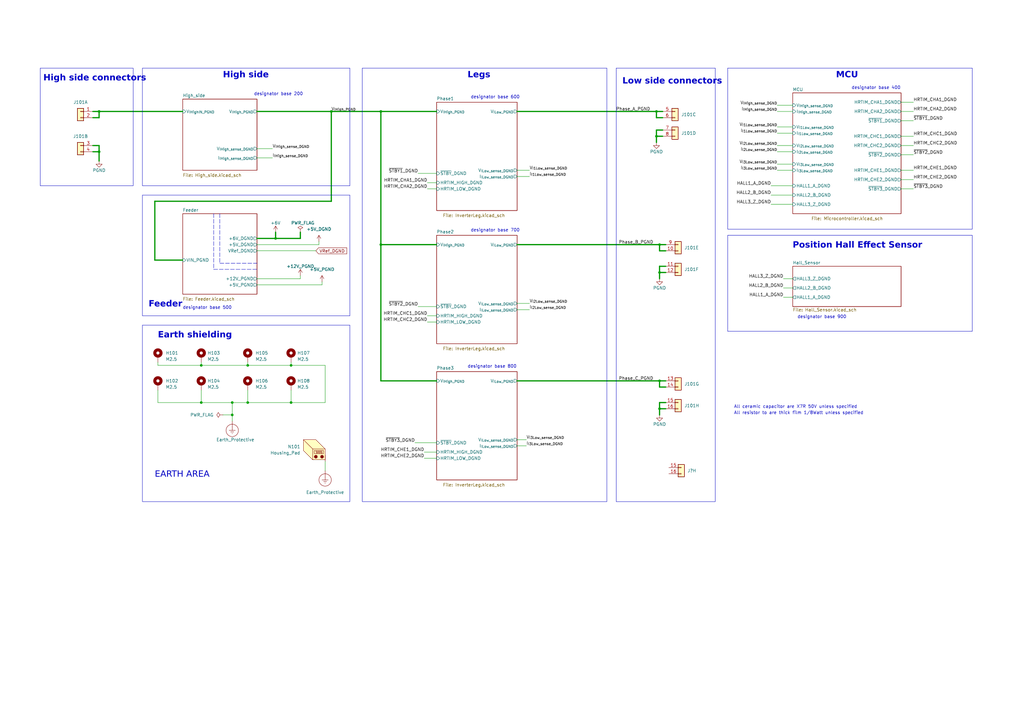
<source format=kicad_sch>
(kicad_sch (version 20230121) (generator eeschema)
  (paper "A3")
  (title_block (title "OWNVERTER V1.1") (comment 1 "TWR"))
  (lib_symbols
    (symbol "Mechanical:Housing_Pad" (pin_numbers hide) (pin_names (offset 1.016) hide)
      (property "Reference" "N" (at 4.445 0 0))
      (property "Value" "Housing_Pad" (at 4.445 -1.905 0))
      (symbol "Housing_Pad_0_1"
        (rectangle (start -4.445 -0.635) (end -0.635 -1.905))
        (circle (center -3.81 -3.175) (radius 0.635) (fill (type outline)))
        (circle (center -1.27 -3.175) (radius 0.635) (fill (type outline)))
        (polyline (pts (xy -3.8862 -1.5748) (xy -3.8354 -1.3716)))
        (polyline (pts (xy -3.7846 -1.6764) (xy -3.429 -1.6764)))
        (polyline (pts (xy -3.7846 -1.2192) (xy -3.7338 -0.9652)))
        (polyline (pts (xy -3.683 -1.3208) (xy -3.3782 -1.3208)))
        (polyline (pts (xy -3.5814 -0.9144) (xy -3.2766 -0.9144)))
        (polyline (pts (xy -3.2766 -1.6256) (xy -3.2258 -1.3716)))
        (polyline (pts (xy -3.175 -1.2192) (xy -3.1242 -0.9652)))
        (polyline (pts (xy -2.9718 -1.5748) (xy -2.921 -1.3716)))
        (polyline (pts (xy -2.8702 -1.6764) (xy -2.5146 -1.6764)))
        (polyline (pts (xy -2.8702 -1.2192) (xy -2.8194 -0.9652)))
        (polyline (pts (xy -2.7686 -1.3208) (xy -2.4638 -1.3208)))
        (polyline (pts (xy -2.667 -0.9144) (xy -2.3622 -0.9144)))
        (polyline (pts (xy -2.3622 -1.6256) (xy -2.3114 -1.3716)))
        (polyline (pts (xy -2.2606 -1.2192) (xy -2.2098 -0.9652)))
        (polyline (pts (xy -2.0574 -1.5748) (xy -2.0066 -1.3716)))
        (polyline (pts (xy -1.9558 -1.6764) (xy -1.6002 -1.6764)))
        (polyline (pts (xy -1.9558 -1.2192) (xy -1.905 -0.9652)))
        (polyline (pts (xy -1.8542 -1.3208) (xy -1.5494 -1.3208)))
        (polyline (pts (xy -1.7526 -0.9144) (xy -1.4478 -0.9144)))
        (polyline (pts (xy -1.4478 -1.6256) (xy -1.397 -1.3716)))
        (polyline (pts (xy -1.3462 -1.2192) (xy -1.2954 -0.9652)))
        (polyline (pts (xy 0 0) (xy 0 -4.445)))
        (polyline (pts (xy -5.08 0) (xy 0 0) (xy 3.81 3.81)))
        (polyline (pts (xy -5.08 0) (xy -5.08 -4.445) (xy 0 -4.445) (xy 3.81 -0.635) (xy 3.81 3.81) (xy -1.27 3.81) (xy -5.08 0)) (fill (type background)))
      )
      (symbol "Housing_Pad_1_1"
        (pin input line (at -5.08 -5.08 90) (length 2.54) (name "PAD") (number "1"))
      )
    )
    (symbol "Mechanical:MountingHole_Pad" (pin_numbers hide) (pin_names (offset 1.016) hide)
      (property "Reference" "H" (at 0 6.35 0))
      (property "Value" "MountingHole_Pad" (at 0 4.445 0))
      (symbol "MountingHole_Pad_0_1"
        (circle (center 0 1.27) (radius 1.27) (stroke (width 1.27)))
      )
      (symbol "MountingHole_Pad_1_1"
        (pin input line (at 0 -2.54 90) (length 2.54) (name "1") (number "1"))
      )
    )
    (symbol "Symbols:+12V_PGND" (power) (in_bom no) (on_board no)
      (property "Value" "+12V_PGND" (at -0.127 3.81 0))
      (symbol "+12V_PGND_0_1"
        (polyline (pts (xy -0.762 1.27) (xy 0 2.54)))
        (polyline (pts (xy 0 0) (xy 0 2.54)))
        (polyline (pts (xy 0 2.54) (xy 0.762 1.27)))
      )
      (symbol "+12V_PGND_1_1"
        (pin power_in line (at 0 0 90) (length 0) hide (name "+12V_PGND") (number "1"))
      )
    )
    (symbol "Symbols:+5V_DGND" (power) (in_bom no) (on_board no)
      (property "Value" "+5V_DGND" (at -0.127 3.81 0))
      (symbol "+5V_DGND_0_1"
        (polyline (pts (xy -0.762 1.27) (xy 0 2.54)))
        (polyline (pts (xy 0 0) (xy 0 2.54)))
        (polyline (pts (xy 0 2.54) (xy 0.762 1.27)))
      )
      (symbol "+5V_DGND_1_1"
        (pin power_in line (at 0 0 90) (length 0) hide (name "+5V_DGND") (number "1"))
      )
    )
    (symbol "Symbols:+5V_PGND" (power) (in_bom no) (on_board no)
      (property "Value" "+5V_PGND" (at -0.127 3.81 0))
      (symbol "+5V_PGND_0_1"
        (polyline (pts (xy -0.762 1.27) (xy 0 2.54)))
        (polyline (pts (xy 0 0) (xy 0 2.54)))
        (polyline (pts (xy 0 2.54) (xy 0.762 1.27)))
      )
      (symbol "+5V_PGND_1_1"
        (pin power_in line (at 0 0 90) (length 0) hide (name "+5V_PGND") (number "1"))
      )
    )
    (symbol "Symbols:Harting 15 contacts and WAGO" (pin_names (offset 1.016) hide)
      (property "Reference" "J" (at 0 2.54 0))
      (symbol "Harting 15 contacts and WAGO_1_1"
        (rectangle (start -1.27 -2.413) (end 0 -2.667) (stroke (width 0.1524)))
        (rectangle (start -1.27 0.127) (end 0 -0.127) (stroke (width 0.1524)))
        (rectangle (start -1.27 1.27) (end 1.27 -3.81) (stroke (width 0.254)) (fill (type background)))
        (pin passive line (at -5.08 0 0) (length 3.81) (name "Pin_1") (number "1"))
        (pin passive line (at -5.08 -2.54 0) (length 3.81) (name "Pin_2") (number "2"))
      )
      (symbol "Harting 15 contacts and WAGO_2_1"
        (rectangle (start -1.27 -2.413) (end 0 -2.667) (stroke (width 0.1524)))
        (rectangle (start -1.27 0.127) (end 0 -0.127) (stroke (width 0.1524)))
        (rectangle (start -1.27 1.27) (end 1.27 -3.81) (stroke (width 0.254)) (fill (type background)))
        (pin passive line (at -5.08 0 0) (length 3.81) (name "Pin_1") (number "3"))
        (pin passive line (at -5.08 -2.54 0) (length 3.81) (name "Pin_2") (number "4"))
      )
      (symbol "Harting 15 contacts and WAGO_3_1"
        (rectangle (start -1.27 -2.413) (end 0 -2.667) (stroke (width 0.1524)))
        (rectangle (start -1.27 0.127) (end 0 -0.127) (stroke (width 0.1524)))
        (rectangle (start -1.27 1.27) (end 1.27 -3.81) (stroke (width 0.254)) (fill (type background)))
        (pin passive line (at -5.08 0 0) (length 3.81) (name "Pin_1") (number "5"))
        (pin passive line (at -5.08 -2.54 0) (length 3.81) (name "Pin_2") (number "6"))
      )
      (symbol "Harting 15 contacts and WAGO_4_1"
        (rectangle (start -1.27 -2.413) (end 0 -2.667) (stroke (width 0.1524)))
        (rectangle (start -1.27 0.127) (end 0 -0.127) (stroke (width 0.1524)))
        (rectangle (start -1.27 1.27) (end 1.27 -3.81) (stroke (width 0.254)) (fill (type background)))
        (pin passive line (at -5.08 0 0) (length 3.81) (name "Pin_1") (number "7"))
        (pin passive line (at -5.08 -2.54 0) (length 3.81) (name "Pin_2") (number "8"))
      )
      (symbol "Harting 15 contacts and WAGO_5_1"
        (rectangle (start -1.27 -2.413) (end 0 -2.667) (stroke (width 0.1524)))
        (rectangle (start -1.27 0.127) (end 0 -0.127) (stroke (width 0.1524)))
        (rectangle (start -1.27 1.27) (end 1.27 -3.81) (stroke (width 0.254)) (fill (type background)))
        (pin passive line (at -5.08 -2.54 0) (length 3.81) (name "Pin_2") (number "10"))
        (pin passive line (at -5.08 0 0) (length 3.81) (name "Pin_1") (number "9"))
      )
      (symbol "Harting 15 contacts and WAGO_6_1"
        (rectangle (start -1.27 -2.413) (end 0 -2.667) (stroke (width 0.1524)))
        (rectangle (start -1.27 0.127) (end 0 -0.127) (stroke (width 0.1524)))
        (rectangle (start -1.27 1.27) (end 1.27 -3.81) (stroke (width 0.254)) (fill (type background)))
        (pin passive line (at -5.08 0 0) (length 3.81) (name "Pin_1") (number "11"))
        (pin passive line (at -5.08 -2.54 0) (length 3.81) (name "Pin_2") (number "12"))
      )
      (symbol "Harting 15 contacts and WAGO_7_1"
        (rectangle (start -1.27 -2.413) (end 0 -2.667) (stroke (width 0.1524)))
        (rectangle (start -1.27 0.127) (end 0 -0.127) (stroke (width 0.1524)))
        (rectangle (start -1.27 1.27) (end 1.27 -3.81) (stroke (width 0.254)) (fill (type background)))
        (pin passive line (at -5.08 0 0) (length 3.81) (name "Pin_1") (number "13"))
        (pin passive line (at -5.08 -2.54 0) (length 3.81) (name "Pin_2") (number "14"))
      )
      (symbol "Harting 15 contacts and WAGO_8_1"
        (rectangle (start -1.27 -2.413) (end 0 -2.667) (stroke (width 0.1524)))
        (rectangle (start -1.27 0.127) (end 0 -0.127) (stroke (width 0.1524)))
        (rectangle (start -1.27 1.27) (end 1.27 -3.81) (stroke (width 0.254)) (fill (type background)))
        (pin passive line (at -5.08 0 0) (length 3.81) (name "Pin_1") (number "15"))
        (pin passive line (at -5.08 -2.54 0) (length 3.81) (name "Pin_2") (number "16"))
      )
    )
    (symbol "Symbols:PGND" (power) (pin_names (offset 0))
      (property "Value" "PGND" (at 0 -3.81 0))
      (symbol "PGND_0_1"
        (polyline (pts (xy 0 0) (xy 0 -1.27) (xy 1.27 -1.27) (xy 0 -2.54) (xy -1.27 -1.27) (xy 0 -1.27)))
      )
      (symbol "PGND_1_1"
        (pin power_in line (at 0 0 270) (length 0) hide (name "PGND") (number "1"))
      )
    )
    (symbol "power:+6V" (power) (pin_names (offset 0))
      (property "Value" "+6V" (at 0 3.556 0))
      (symbol "+6V_0_1"
        (polyline (pts (xy -0.762 1.27) (xy 0 2.54)))
        (polyline (pts (xy 0 0) (xy 0 2.54)))
        (polyline (pts (xy 0 2.54) (xy 0.762 1.27)))
      )
      (symbol "+6V_1_1"
        (pin power_in line (at 0 0 90) (length 0) hide (name "+6V") (number "1"))
      )
    )
    (symbol "power:Earth_Protective" (power) (pin_names (offset 0))
      (symbol "Earth_Protective_0_1"
        (circle (center 0 -3.81) (radius 2.54))
        (polyline (pts (xy -0.635 -4.445) (xy 0.635 -4.445)))
        (polyline (pts (xy -0.127 -5.08) (xy 0.127 -5.08)))
        (polyline (pts (xy 0 -3.81) (xy 0 0)))
        (polyline (pts (xy 1.27 -3.81) (xy -1.27 -3.81)))
      )
      (symbol "Earth_Protective_1_1"
        (pin power_in line (at 0 0 270) (length 0) hide (name "Earth_Protective") (number "1"))
      )
    )
    (symbol "power:PWR_FLAG" (power) (pin_numbers hide) (pin_names (offset 0) hide)
      (property "Value" "PWR_FLAG" (at 0 3.81 0))
      (symbol "PWR_FLAG_0_0"
        (pin power_out line (at 0 0 90) (length 0) (name "pwr") (number "1"))
      )
      (symbol "PWR_FLAG_0_1"
        (polyline (pts (xy 0 0) (xy 0 1.27) (xy -1.016 1.905) (xy 0 2.54) (xy 1.016 1.905) (xy 0 1.27)))
      )
    )
  )
  (junction (at 270.51 156.21))
  (junction (at 113.03 97.79))
  (junction (at 269.24 45.72))
  (junction (at 40.64 45.72))
  (junction (at 156.21 45.72))
  (junction (at 95.25 170.18))
  (junction (at 119.38 165.1))
  (junction (at 156.21 100.33))
  (junction (at 82.55 165.1))
  (junction (at 119.38 149.86))
  (junction (at 95.25 165.1))
  (junction (at 101.6 165.1))
  (junction (at 270.51 111.76))
  (junction (at 269.24 55.88))
  (junction (at 82.55 149.86))
  (junction (at 135.89 45.72))
  (junction (at 40.64 62.23))
  (junction (at 270.51 100.33))
  (junction (at 101.6 149.86))
  (junction (at 270.51 167.64))
  (wire (pts (xy 374.65 73.66) (xy 369.57 73.66)))
  (wire (pts (xy 273.05 111.76) (xy 270.51 111.76)) (stroke (width 0.5)))
  (wire (pts (xy 175.26 132.08) (xy 179.07 132.08)))
  (wire (pts (xy 271.78 53.34) (xy 269.24 53.34)) (stroke (width 0.5)))
  (wire (pts (xy 40.64 45.72) (xy 74.93 45.72)) (stroke (width 0.5)))
  (wire (pts (xy 273.05 158.75) (xy 270.51 158.75)) (stroke (width 0.5)))
  (wire (pts (xy 374.65 49.53) (xy 369.57 49.53)))
  (wire (pts (xy 269.24 53.34) (xy 269.24 55.88)) (stroke (width 0.5)))
  (wire (pts (xy 105.41 45.72) (xy 135.89 45.72)) (stroke (width 0.5)))
  (wire (pts (xy 38.1 62.23) (xy 40.64 62.23)) (stroke (width 0.5)))
  (wire (pts (xy 374.65 59.69) (xy 369.57 59.69)))
  (polyline (pts (xy 87.63 87.63) (xy 87.63 110.49)) (stroke (width 0) (type dash)))
  (wire (pts (xy 273.05 165.1) (xy 270.51 165.1)) (stroke (width 0.5)))
  (wire (pts (xy 374.65 69.85) (xy 369.57 69.85)))
  (wire (pts (xy 212.09 69.85) (xy 217.17 69.85)))
  (wire (pts (xy 82.55 148.59) (xy 82.55 149.86)))
  (wire (pts (xy 156.21 156.21) (xy 179.07 156.21)) (stroke (width 0.5)))
  (wire (pts (xy 318.77 45.72) (xy 325.12 45.72)))
  (wire (pts (xy 269.24 45.72) (xy 269.24 48.26)) (stroke (width 0.5)))
  (wire (pts (xy 318.77 69.85) (xy 325.12 69.85)))
  (wire (pts (xy 111.76 64.77) (xy 105.41 64.77)))
  (wire (pts (xy 64.77 149.86) (xy 82.55 149.86)))
  (wire (pts (xy 119.38 148.59) (xy 119.38 149.86)))
  (wire (pts (xy 316.23 76.2) (xy 325.12 76.2)))
  (wire (pts (xy 269.24 58.42) (xy 269.24 55.88)) (stroke (width 0.5)))
  (wire (pts (xy 270.51 114.3) (xy 270.51 111.76)) (stroke (width 0.5)))
  (wire (pts (xy 95.25 165.1) (xy 95.25 170.18)))
  (wire (pts (xy 105.41 116.84) (xy 132.08 116.84)))
  (wire (pts (xy 374.65 77.47) (xy 369.57 77.47)))
  (wire (pts (xy 38.1 48.26) (xy 40.64 48.26)) (stroke (width 0.5)))
  (wire (pts (xy 321.31 118.11) (xy 325.12 118.11)))
  (wire (pts (xy 316.23 83.82) (xy 325.12 83.82)))
  (wire (pts (xy 105.41 100.33) (xy 130.81 100.33)))
  (wire (pts (xy 156.21 45.72) (xy 179.07 45.72)) (stroke (width 0.5)))
  (wire (pts (xy 91.44 170.18) (xy 95.25 170.18)))
  (wire (pts (xy 270.51 165.1) (xy 270.51 167.64)) (stroke (width 0.5)))
  (wire (pts (xy 173.99 187.96) (xy 179.07 187.96)))
  (polyline (pts (xy 90.17 107.95) (xy 105.41 107.95)) (stroke (width 0) (type dash)))
  (wire (pts (xy 156.21 45.72) (xy 156.21 100.33)) (stroke (width 0.5)))
  (wire (pts (xy 105.41 114.3) (xy 123.19 114.3)))
  (wire (pts (xy 374.65 55.88) (xy 369.57 55.88)))
  (wire (pts (xy 123.19 95.25) (xy 123.19 97.79)) (stroke (width 0.5)))
  (wire (pts (xy 269.24 45.72) (xy 271.78 45.72)) (stroke (width 0.5)))
  (wire (pts (xy 270.51 100.33) (xy 270.51 102.87)) (stroke (width 0.5)))
  (wire (pts (xy 212.09 100.33) (xy 270.51 100.33)) (stroke (width 0.5)))
  (wire (pts (xy 135.89 82.55) (xy 135.89 45.72)) (stroke (width 0.5)))
  (wire (pts (xy 270.51 156.21) (xy 270.51 158.75)) (stroke (width 0.5)))
  (wire (pts (xy 101.6 149.86) (xy 119.38 149.86)))
  (wire (pts (xy 212.09 156.21) (xy 270.51 156.21)) (stroke (width 0.5)))
  (wire (pts (xy 119.38 149.86) (xy 133.35 149.86)))
  (wire (pts (xy 173.99 185.42) (xy 179.07 185.42)))
  (wire (pts (xy 270.51 109.22) (xy 270.51 111.76)) (stroke (width 0.5)))
  (wire (pts (xy 38.1 45.72) (xy 40.64 45.72)) (stroke (width 0.5)))
  (wire (pts (xy 156.21 100.33) (xy 179.07 100.33)) (stroke (width 0.5)))
  (wire (pts (xy 64.77 165.1) (xy 82.55 165.1)))
  (wire (pts (xy 270.51 156.21) (xy 273.05 156.21)) (stroke (width 0.5)))
  (wire (pts (xy 38.1 59.69) (xy 40.64 59.69)) (stroke (width 0.5)))
  (wire (pts (xy 119.38 165.1) (xy 133.35 165.1)))
  (wire (pts (xy 63.5 82.55) (xy 135.89 82.55)) (stroke (width 0.5)))
  (wire (pts (xy 212.09 127) (xy 217.17 127)))
  (wire (pts (xy 101.6 148.59) (xy 101.6 149.86)))
  (wire (pts (xy 82.55 149.86) (xy 101.6 149.86)))
  (wire (pts (xy 40.64 48.26) (xy 40.64 45.72)) (stroke (width 0.5)))
  (wire (pts (xy 316.23 80.01) (xy 325.12 80.01)))
  (wire (pts (xy 171.45 71.12) (xy 179.07 71.12)))
  (wire (pts (xy 318.77 59.69) (xy 325.12 59.69)))
  (wire (pts (xy 175.26 74.93) (xy 179.07 74.93)))
  (wire (pts (xy 156.21 100.33) (xy 156.21 156.21)) (stroke (width 0.5)))
  (wire (pts (xy 95.25 170.18) (xy 95.25 172.72)))
  (wire (pts (xy 374.65 45.72) (xy 369.57 45.72)))
  (wire (pts (xy 123.19 113.03) (xy 123.19 114.3)))
  (wire (pts (xy 321.31 121.92) (xy 325.12 121.92)))
  (wire (pts (xy 130.81 99.06) (xy 130.81 100.33)))
  (polyline (pts (xy 87.63 110.49) (xy 105.41 110.49)) (stroke (width 0) (type dash)))
  (wire (pts (xy 212.09 72.39) (xy 217.17 72.39)))
  (polyline (pts (xy 90.17 87.63) (xy 90.17 107.95)) (stroke (width 0) (type dash)))
  (wire (pts (xy 271.78 55.88) (xy 269.24 55.88)) (stroke (width 0.5)))
  (wire (pts (xy 374.65 41.91) (xy 369.57 41.91)))
  (wire (pts (xy 270.51 170.18) (xy 270.51 167.64)) (stroke (width 0.5)))
  (wire (pts (xy 135.89 45.72) (xy 156.21 45.72)) (stroke (width 0.5)))
  (wire (pts (xy 175.26 77.47) (xy 179.07 77.47)))
  (wire (pts (xy 132.08 115.57) (xy 132.08 116.84)))
  (wire (pts (xy 273.05 167.64) (xy 270.51 167.64)) (stroke (width 0.5)))
  (wire (pts (xy 318.77 43.18) (xy 325.12 43.18)))
  (wire (pts (xy 171.45 125.73) (xy 179.07 125.73)))
  (wire (pts (xy 113.03 97.79) (xy 123.19 97.79)) (stroke (width 0.5)))
  (wire (pts (xy 318.77 54.61) (xy 325.12 54.61)))
  (wire (pts (xy 119.38 160.02) (xy 119.38 165.1)))
  (wire (pts (xy 212.09 182.88) (xy 215.9 182.88)))
  (wire (pts (xy 113.03 95.25) (xy 113.03 97.79)) (stroke (width 0.5)))
  (wire (pts (xy 133.35 193.04) (xy 133.35 189.23)))
  (wire (pts (xy 101.6 160.02) (xy 101.6 165.1)))
  (wire (pts (xy 170.18 181.61) (xy 179.07 181.61)))
  (wire (pts (xy 273.05 102.87) (xy 270.51 102.87)) (stroke (width 0.5)))
  (wire (pts (xy 175.26 129.54) (xy 179.07 129.54)))
  (wire (pts (xy 101.6 165.1) (xy 119.38 165.1)))
  (wire (pts (xy 212.09 180.34) (xy 215.9 180.34)))
  (wire (pts (xy 95.25 165.1) (xy 101.6 165.1)))
  (wire (pts (xy 374.65 63.5) (xy 369.57 63.5)))
  (wire (pts (xy 318.77 52.07) (xy 325.12 52.07)))
  (wire (pts (xy 63.5 106.68) (xy 63.5 82.55)) (stroke (width 0.5)))
  (wire (pts (xy 318.77 67.31) (xy 325.12 67.31)))
  (wire (pts (xy 111.76 60.96) (xy 105.41 60.96)))
  (wire (pts (xy 82.55 160.02) (xy 82.55 165.1)))
  (wire (pts (xy 105.41 102.87) (xy 129.54 102.87)))
  (wire (pts (xy 64.77 148.59) (xy 64.77 149.86)))
  (wire (pts (xy 271.78 48.26) (xy 269.24 48.26)) (stroke (width 0.5)))
  (wire (pts (xy 212.09 45.72) (xy 269.24 45.72)) (stroke (width 0.5)))
  (wire (pts (xy 212.09 124.46) (xy 217.17 124.46)))
  (wire (pts (xy 64.77 160.02) (xy 64.77 165.1)))
  (wire (pts (xy 63.5 106.68) (xy 74.93 106.68)) (stroke (width 0.5)))
  (wire (pts (xy 40.64 59.69) (xy 40.64 62.23)) (stroke (width 0.5)))
  (wire (pts (xy 40.64 62.23) (xy 40.64 66.04)) (stroke (width 0.5)))
  (wire (pts (xy 273.05 109.22) (xy 270.51 109.22)) (stroke (width 0.5)))
  (wire (pts (xy 133.35 149.86) (xy 133.35 165.1)))
  (wire (pts (xy 270.51 100.33) (xy 273.05 100.33)) (stroke (width 0.5)))
  (wire (pts (xy 105.41 97.79) (xy 113.03 97.79)) (stroke (width 0.5)))
  (wire (pts (xy 82.55 165.1) (xy 95.25 165.1)))
  (wire (pts (xy 321.31 114.3) (xy 325.12 114.3)))
  (wire (pts (xy 318.77 62.23) (xy 325.12 62.23)))
  (rectangle (start 58.42 27.94) (end 143.51 76.2))
  (rectangle (start 148.59 27.94) (end 248.92 205.74))
  (rectangle (start 16.51 27.94) (end 54.61 76.2))
  (rectangle (start 58.42 133.35) (end 143.51 205.74))
  (rectangle (start 298.45 27.94) (end 398.78 93.98))
  (rectangle (start 298.45 96.52) (end 398.78 135.89))
  (rectangle (start 58.42 80.01) (end 143.51 129.54))
  (rectangle (start 252.73 27.94) (end 293.37 205.74))
  (text "All ceramic capacitor are X7R 50V unless specified" (at 300.99 167.64 0) (effects (font (size 1.27 1.27)) (justify left bottom)))
  (text "MCU\n" (at 342.9 33.02 0) (effects (font (size 2.54 2.54) (thickness 0.4978) bold) (justify left bottom)))
  (text "High side\n" (at 91.44 33.02 0) (effects (font (size 2.54 2.54) (thickness 0.4978) bold) (justify left bottom)))
  (text "designator base 600" (at 193.04 40.64 0) (effects (font (size 1.27 1.27)) (justify left bottom)))
  (text "designator base 700" (at 193.04 95.25 0) (effects (font (size 1.27 1.27)) (justify left bottom)))
  (text "Legs" (at 191.77 33.02 0) (effects (font (size 2.54 2.54) (thickness 0.4978) bold) (justify left bottom)))
  (text "EARTH AREA\n" (at 63.5 196.85 0) (effects (font (size 2.54 2.54)) (justify left bottom)))
  (text "Feeder" (at 60.96 127 0) (effects (font (size 2.54 2.54) (thickness 0.4978) bold) (justify left bottom)))
  (text "designator base 800" (at 191.77 151.13 0) (effects (font (size 1.27 1.27)) (justify left bottom)))
  (text "designator base 200" (at 104.14 39.37 0) (effects (font (size 1.27 1.27)) (justify left bottom)))
  (text "Earth shielding" (at 64.77 139.7 0) (effects (font (size 2.54 2.54) (thickness 0.4978) bold) (justify left bottom)))
  (text "All resistor to are thick film 1/8Watt unless specified" (at 300.99 170.18 0) (effects (font (size 1.27 1.27)) (justify left bottom)))
  (text "Position Hall Effect Sensor" (at 325.12 102.87 0) (effects (font (size 2.54 2.54) (thickness 0.4978) bold) (justify left bottom)))
  (text "designator base 400" (at 349.25 36.83 0) (effects (font (size 1.27 1.27)) (justify left bottom)))
  (text "designator base 900\n" (at 327.025 130.81 0) (effects (font (size 1.27 1.27)) (justify left bottom)))
  (text "High side connectors" (at 17.78 34.29 0) (effects (font (size 2.54 2.54) (thickness 0.4978) bold) (justify left bottom)))
  (text "designator base 500" (at 74.93 127 0) (effects (font (size 1.27 1.27)) (justify left bottom)))
  (text "Low side connectors" (at 255.27 35.56 0) (effects (font (size 2.54 2.54) (thickness 0.4978) bold) (justify left bottom)))
  (label "HALL3_Z_DGND" (at 321.31 114.3 180))
  (label "HRTIM_CHC1_DGND" (at 175.26 129.54 180))
  (label "HRTIM_CHC2_DGND" (at 175.26 132.08 180))
  (label "V_{IHigh_sense_DGND}" (at 318.77 43.18 180))
  (label "~{STBY2}_DGND" (at 171.45 125.73 180))
  (label "V_{I2Low_sense_DGND}" (at 318.77 59.69 180))
  (label "V_{I2Low_sense_DGND}" (at 217.17 124.46 0))
  (label "HRTIM_CHE1_DGND" (at 374.65 69.85 0))
  (label "V_{I1Low_sense_DGND}" (at 217.17 69.85 0))
  (label "HALL1_A_DGND" (at 321.31 121.92 180))
  (label "~{STBY2}_DGND" (at 374.65 63.5 0))
  (label "HALL2_B_DGND" (at 316.23 80.01 180))
  (label "~{STBY3}_DGND" (at 374.65 77.47 0))
  (label "HALL3_Z_DGND" (at 316.23 83.82 180))
  (label "I_{I3Low_sense_DGND}" (at 318.77 69.85 180))
  (label "I_{I2Low_sense_DGND}" (at 318.77 62.23 180))
  (label "HRTIM_CHA2_DGND" (at 374.65 45.72 0))
  (label "HALL2_B_DGND" (at 321.31 118.11 180))
  (label "I_{I1Low_sense_DGND}" (at 217.17 72.39 0))
  (label "HALL1_A_DGND" (at 316.23 76.2 180))
  (label "~{STBY1}_DGND" (at 171.45 71.12 180))
  (label "HRTIM_CHE1_DGND" (at 173.99 185.42 180))
  (label "I_{I2Low_sense_DGND}" (at 217.17 127 0))
  (label "V_{IHigh_sense_DGND}" (at 111.76 60.96 0))
  (label "Phase_B_PGND" (at 267.97 100.33 180))
  (label "~{STBY3}_DGND" (at 170.18 181.61 180))
  (label "HRTIM_CHE2_DGND" (at 173.99 187.96 180))
  (label "Phase_C_PGND" (at 267.97 156.21 180))
  (label "I_{I1Low_sense_DGND}" (at 318.77 54.61 180))
  (label "HRTIM_CHC2_DGND" (at 374.65 59.69 0))
  (label "HRTIM_CHE2_DGND" (at 374.65 73.66 0))
  (label "V_{I1Low_sense_DGND}" (at 318.77 52.07 180))
  (label "V_{IHigh_PGND}" (at 135.89 45.72 0))
  (label "V_{I3Low_sense_DGND}" (at 318.77 67.31 180))
  (label "HRTIM_CHA1_DGND" (at 374.65 41.91 0))
  (label "HRTIM_CHA2_DGND" (at 175.26 77.47 180))
  (label "HRTIM_CHC1_DGND" (at 374.65 55.88 0))
  (label "I_{IHigh_sense_DGND}" (at 111.76 64.77 0))
  (label "I_{IHigh_sense_DGND}" (at 318.77 45.72 180))
  (label "~{STBY1}_DGND" (at 374.65 49.53 0))
  (label "I_{I3Low_sense_DGND}" (at 215.9 182.88 0))
  (label "Phase_A_PGND" (at 266.7 45.72 180))
  (label "V_{I3Low_sense_DGND}" (at 215.9 180.34 0))
  (label "HRTIM_CHA1_DGND" (at 175.26 74.93 180))
  (global_label "VRef_DGND" (shape input) (at 129.54 102.87 0) (property "Intersheetrefs" "${INTERSHEET_REFS}" (effects hide)))
  (symbol (lib_id "Symbols:Harting 15 contacts and WAGO") (at 278.13 100.33 0) (unit 5)
    (property "Reference" "J101" (at 280.67 101.6 0) (effects (justify left)))
    (property "Value" "Harting-15 and Wago 6" (effects hide))
    (property "Footprint" "Footprints:Harting - 15contacts and Wago" (effects hide))
    (property "manf#" "2604-1108" (effects hide))
  )
  (symbol (lib_id "Mechanical:MountingHole_Pad") (at 101.6 157.48 0) (unit 1) (in_bom no)
    (property "Reference" "H106" (at 104.775 156.2099 0) (effects (justify left)))
    (property "Value" "M2.5" (at 104.775 158.7499 0) (effects (justify left)))
    (property "Footprint" "MountingHole:MountingHole_2.7mm_M2.5_DIN965_Pad_TopOnly" (effects hide))
    (property "DNP" "x" (effects hide))
  )
  (symbol (lib_id "Mechanical:MountingHole_Pad") (at 64.77 157.48 0) (unit 1) (in_bom no)
    (property "Reference" "H102" (at 67.945 156.2099 0) (effects (justify left)))
    (property "Value" "M2.5" (at 67.945 158.7499 0) (effects (justify left)))
    (property "Footprint" "MountingHole:MountingHole_2.7mm_M2.5_DIN965_Pad_TopOnly" (effects hide))
    (property "DNP" "x" (effects hide))
  )
  (symbol (lib_id "Mechanical:MountingHole_Pad") (at 119.38 146.05 0) (unit 1) (in_bom no)
    (property "Reference" "H107" (at 121.92 144.7799 0) (effects (justify left)))
    (property "Value" "M2.5" (at 121.92 147.3199 0) (effects (justify left)))
    (property "Footprint" "MountingHole:MountingHole_2.7mm_M2.5_DIN965_Pad_TopOnly" (effects hide))
    (property "DNP" "x" (effects hide))
  )
  (symbol (lib_id "Symbols:+12V_PGND") (at 123.19 113.03 0) (unit 1) (in_bom no) (on_board no)
    (property "Reference" "#PWR0107" (effects hide))
    (property "Value" "+12V_PGND" (at 123.19 109.22 0))
  )
  (symbol (lib_id "Symbols:PGND") (at 270.51 170.18 0) (mirror y) (unit 1)
    (property "Reference" "#PWR0110" (effects hide))
    (property "Value" "PGND" (at 270.51 173.99 0))
  )
  (symbol (lib_id "Symbols:Harting 15 contacts and WAGO") (at 279.4 191.77 0) (unit 8)
    (property "Reference" "J?" (at 281.94 193.04 0) (effects (justify left)))
    (property "Value" "Harting-15 and Wago 6" (effects hide))
    (property "Footprint" "Footprints:Harting - 15contacts and Wago" (effects hide))
    (property "manf#" "2604-1108" (effects hide))
  )
  (symbol (lib_id "Symbols:PGND") (at 270.51 114.3 0) (mirror y) (unit 1)
    (property "Reference" "#PWR0109" (effects hide))
    (property "Value" "PGND" (at 270.51 118.11 0))
  )
  (symbol (lib_id "Symbols:Harting 15 contacts and WAGO") (at 278.13 109.22 0) (unit 6)
    (property "Reference" "J101" (at 280.67 110.49 0) (effects (justify left)))
    (property "Value" "Harting-15 and Wago 6" (effects hide))
    (property "Footprint" "Footprints:Harting - 15contacts and Wago" (effects hide))
    (property "manf#" "2604-1108" (effects hide))
  )
  (symbol (lib_id "Symbols:Harting 15 contacts and WAGO") (at 276.86 53.34 0) (unit 4)
    (property "Reference" "J101" (at 279.4 54.61 0) (effects (justify left)))
    (property "Value" "Harting-15 and Wago 6" (effects hide))
    (property "Footprint" "Footprints:Harting - 15contacts and Wago" (effects hide))
    (property "manf#" "2604-1108" (effects hide))
  )
  (symbol (lib_id "power:+6V") (at 113.03 95.25 0) (mirror y) (unit 1)
    (property "Reference" "#PWR0103" (effects hide))
    (property "Value" "+6V_DGND" (at 113.03 91.44 0))
  )
  (symbol (lib_id "Symbols:Harting 15 contacts and WAGO") (at 33.02 45.72 0) (mirror y) (unit 1)
    (property "Reference" "J101" (at 33.02 41.91 0))
    (property "Value" "Harting-15 and Wago 6" (effects hide))
    (property "Footprint" "Footprints:Harting - 15contacts and Wago" (effects hide))
    (property "manf#" "2604-1108" (effects hide))
  )
  (symbol (lib_id "Mechanical:MountingHole_Pad") (at 82.55 146.05 0) (unit 1) (in_bom no)
    (property "Reference" "H103" (at 85.09 144.7799 0) (effects (justify left)))
    (property "Value" "M2.5" (at 85.09 147.3199 0) (effects (justify left)))
    (property "Footprint" "MountingHole:MountingHole_2.7mm_M2.5_DIN965_Pad_TopOnly" (effects hide))
    (property "DNP" "x" (effects hide))
  )
  (symbol (lib_id "power:Earth_Protective") (at 133.35 193.04 0) (mirror y) (unit 1)
    (property "Reference" "#PWR0106" (effects hide))
    (property "Value" "Earth_Protective" (at 133.35 201.93 0))
  )
  (symbol (lib_id "power:PWR_FLAG") (at 123.19 95.25 0) (unit 1)
    (property "Reference" "#FLG0102" (effects hide))
    (property "Value" "PWR_FLAG" (at 119.38 91.44 0) (effects (justify left)))
  )
  (symbol (lib_id "Symbols:PGND") (at 269.24 58.42 0) (mirror y) (unit 1)
    (property "Reference" "#PWR0108" (effects hide))
    (property "Value" "PGND" (at 269.24 62.23 0))
  )
  (symbol (lib_id "Mechanical:MountingHole_Pad") (at 82.55 157.48 0) (unit 1) (in_bom no)
    (property "Reference" "H104" (at 85.09 156.2099 0) (effects (justify left)))
    (property "Value" "M2.5" (at 85.09 158.7499 0) (effects (justify left)))
    (property "Footprint" "MountingHole:MountingHole_2.7mm_M2.5_DIN965_Pad_TopOnly" (effects hide))
    (property "DNP" "x" (effects hide))
  )
  (symbol (lib_id "Symbols:Harting 15 contacts and WAGO") (at 278.13 156.21 0) (unit 7)
    (property "Reference" "J101" (at 280.67 157.48 0) (effects (justify left)))
    (property "Value" "Harting-15 and Wago 6" (effects hide))
    (property "Footprint" "Footprints:Harting - 15contacts and Wago" (effects hide))
    (property "manf#" "2604-1108" (effects hide))
  )
  (symbol (lib_id "Mechanical:MountingHole_Pad") (at 119.38 157.48 0) (unit 1) (in_bom no)
    (property "Reference" "H108" (at 121.92 156.2099 0) (effects (justify left)))
    (property "Value" "M2.5" (at 121.92 158.7499 0) (effects (justify left)))
    (property "Footprint" "MountingHole:MountingHole_2.7mm_M2.5_DIN965_Pad_TopOnly" (effects hide))
    (property "DNP" "x" (effects hide))
  )
  (symbol (lib_id "Symbols:Harting 15 contacts and WAGO") (at 278.13 165.1 0) (unit 8)
    (property "Reference" "J101" (at 280.67 166.37 0) (effects (justify left)))
    (property "Value" "Harting-15 and Wago 6" (effects hide))
    (property "Footprint" "Footprints:Harting - 15contacts and Wago" (effects hide))
    (property "manf#" "2604-1108" (effects hide))
  )
  (symbol (lib_id "Symbols:Harting 15 contacts and WAGO") (at 276.86 45.72 0) (unit 3)
    (property "Reference" "J101" (at 279.4 46.99 0) (effects (justify left)))
    (property "Value" "Harting-15 and Wago 6" (effects hide))
    (property "Footprint" "Footprints:Harting - 15contacts and Wago" (effects hide))
    (property "manf#" "2604-1108" (effects hide))
  )
  (symbol (lib_id "Symbols:Harting 15 contacts and WAGO") (at 33.02 59.69 0) (mirror y) (unit 2)
    (property "Reference" "J101" (at 33.02 55.88 0))
    (property "Value" "Harting-15 and Wago 6" (effects hide))
    (property "Footprint" "Footprints:Harting - 15contacts and Wago" (effects hide))
    (property "manf#" "2604-1108" (effects hide))
  )
  (symbol (lib_id "Mechanical:MountingHole_Pad") (at 64.77 146.05 0) (unit 1) (in_bom no)
    (property "Reference" "H101" (at 67.945 144.7799 0) (effects (justify left)))
    (property "Value" "M2.5" (at 67.945 147.3199 0) (effects (justify left)))
    (property "Footprint" "MountingHole:MountingHole_2.7mm_M2.5_DIN965_Pad_TopOnly" (effects hide))
    (property "DNP" "x" (effects hide))
  )
  (symbol (lib_id "Mechanical:Housing_Pad") (at 128.27 184.15 0) (mirror y) (unit 1) (in_bom no)
    (property "Reference" "N101" (at 123.19 183.1974 0) (effects (justify left)))
    (property "Value" "Housing_Pad" (at 123.19 185.7374 0) (effects (justify left)))
    (property "Footprint" "Footprints:Guard_ring" (effects hide))
    (property "DNP" "x" (effects hide))
  )
  (symbol (lib_id "power:Earth_Protective") (at 95.25 172.72 0) (unit 1)
    (property "Reference" "#PWR0102" (effects hide))
    (property "Value" "Earth_Protective" (at 96.52 180.34 0))
  )
  (symbol (lib_id "Symbols:+5V_DGND") (at 130.81 99.06 0) (unit 1) (in_bom no) (on_board no)
    (property "Reference" "#PWR0104" (effects hide))
    (property "Value" "+5V_DGND" (at 130.81 93.98 0))
  )
  (symbol (lib_id "Symbols:PGND") (at 40.64 66.04 0) (mirror y) (unit 1)
    (property "Reference" "#PWR0101" (effects hide))
    (property "Value" "PGND" (at 40.64 69.85 0))
  )
  (symbol (lib_id "Symbols:+5V_PGND") (at 132.08 115.57 0) (unit 1) (in_bom no) (on_board no)
    (property "Reference" "#PWR0105" (effects hide))
    (property "Value" "+5V_PGND" (at 132.08 110.49 0))
  )
  (symbol (lib_id "power:PWR_FLAG") (at 91.44 170.18 90) (unit 1)
    (property "Reference" "#FLG0101" (effects hide))
    (property "Value" "PWR_FLAG" (at 87.63 170.18 90) (effects (justify left)))
  )
  (symbol (lib_id "Mechanical:MountingHole_Pad") (at 101.6 146.05 0) (unit 1) (in_bom no)
    (property "Reference" "H105" (at 104.775 144.7799 0) (effects (justify left)))
    (property "Value" "M2.5" (at 104.775 147.3199 0) (effects (justify left)))
    (property "Footprint" "MountingHole:MountingHole_2.7mm_M2.5_DIN965_Pad_TopOnly" (effects hide))
    (property "DNP" "x" (effects hide))
  )
  (sheet (at 325.12 109.22) (size 44.45 16.51) (stroke (width 0.1524))
    (property "Sheetname" "Hall_Sensor" (at 325.12 108.5084 0) (effects (justify left bottom)))
    (property "Sheetfile" "Hall_Sensor.kicad_sch" (at 325.12 126.3146 0) (effects (justify left top)))
    (pin "HALL2_B_DGND" output (at 325.12 118.11 180))
    (pin "HALL3_Z_DGND" output (at 325.12 114.3 180))
    (pin "HALL1_A_DGND" output (at 325.12 121.92 180))
  )
  (sheet (at 325.12 38.1) (size 44.45 49.53) (stroke (width 0.1524))
    (property "Sheetname" "MCU" (at 325.12 37.465 0) (effects (justify left bottom)))
    (property "Sheetfile" "Microcontroller.kicad_sch" (at 332.74 88.9 0) (effects (justify left top)))
    (pin "HRTIM_CHC2_DGND" output (at 369.57 59.69 0))
    (pin "HRTIM_CHC1_DGND" output (at 369.57 55.88 0))
    (pin "~{STBY1}_DGND" output (at 369.57 49.53 0))
    (pin "~{STBY3}_DGND" output (at 369.57 77.47 0))
    (pin "~{STBY2}_DGND" output (at 369.57 63.5 0))
    (pin "HRTIM_CHA1_DGND" output (at 369.57 41.91 0))
    (pin "HRTIM_CHA2_DGND" output (at 369.57 45.72 0))
    (pin "V_{IHigh_sense_DGND}" input (at 325.12 43.18 180))
    (pin "I_{IHigh_sense_DGND}" input (at 325.12 45.72 180))
    (pin "HRTIM_CHE1_DGND" output (at 369.57 69.85 0))
    (pin "HRTIM_CHE2_DGND" output (at 369.57 73.66 0))
    (pin "V_{I1Low_sense_DGND}" input (at 325.12 52.07 180))
    (pin "I_{I1Low_sense_DGND}" input (at 325.12 54.61 180))
    (pin "V_{I2Low_sense_DGND}" input (at 325.12 59.69 180))
    (pin "I_{I2Low_sense_DGND}" input (at 325.12 62.23 180))
    (pin "I_{I3Low_sense_DGND}" input (at 325.12 69.85 180))
    (pin "V_{I3Low_sense_DGND}" input (at 325.12 67.31 180))
    (pin "HALL3_Z_DGND" input (at 325.12 83.82 180))
    (pin "HALL1_A_DGND" input (at 325.12 76.2 180))
    (pin "HALL2_B_DGND" input (at 325.12 80.01 180))
  )
  (sheet (at 179.07 96.52) (size 33.02 44.45) (stroke (width 0.1524))
    (property "Sheetname" "Phase2" (at 179.07 95.8084 0) (effects (justify left bottom)))
    (property "Sheetfile" "InverterLeg.kicad_sch" (at 181.61 142.24 0) (effects (justify left top)))
    (pin "~{STBY}_DGND" input (at 179.07 125.73 180))
    (pin "V_{IHigh_PGND}" input (at 179.07 100.33 180))
    (pin "V_{ILow_PGND}" output (at 212.09 100.33 0))
    (pin "HRTIM_HIGH_DGND" input (at 179.07 129.54 180))
    (pin "HRTIM_LOW_DGND" input (at 179.07 132.08 180))
    (pin "V_{ILow_sense_DGND}" output (at 212.09 124.46 0))
    (pin "I_{ILow_sense_DGND}" output (at 212.09 127 0))
  )
  (sheet (at 179.07 41.91) (size 33.02 44.45) (stroke (width 0.1524))
    (property "Sheetname" "Phase1" (at 179.07 41.1984 0) (effects (justify left bottom)))
    (property "Sheetfile" "InverterLeg.kicad_sch" (at 181.61 87.63 0) (effects (justify left top)))
    (pin "~{STBY}_DGND" input (at 179.07 71.12 180))
    (pin "V_{IHigh_PGND}" input (at 179.07 45.72 180))
    (pin "V_{ILow_PGND}" output (at 212.09 45.72 0))
    (pin "HRTIM_HIGH_DGND" input (at 179.07 74.93 180))
    (pin "HRTIM_LOW_DGND" input (at 179.07 77.47 180))
    (pin "V_{ILow_sense_DGND}" output (at 212.09 69.85 0))
    (pin "I_{ILow_sense_DGND}" output (at 212.09 72.39 0))
  )
  (sheet (at 179.07 152.4) (size 33.02 44.45) (stroke (width 0.1524))
    (property "Sheetname" "Phase3" (at 179.07 151.6884 0) (effects (justify left bottom)))
    (property "Sheetfile" "InverterLeg.kicad_sch" (at 181.61 198.12 0) (effects (justify left top)))
    (pin "~{STBY}_DGND" input (at 179.07 181.61 180))
    (pin "V_{IHigh_PGND}" input (at 179.07 156.21 180))
    (pin "V_{ILow_PGND}" output (at 212.09 156.21 0))
    (pin "HRTIM_HIGH_DGND" input (at 179.07 185.42 180))
    (pin "HRTIM_LOW_DGND" input (at 179.07 187.96 180))
    (pin "V_{ILow_sense_DGND}" output (at 212.09 180.34 0))
    (pin "I_{ILow_sense_DGND}" output (at 212.09 182.88 0))
  )
  (sheet (at 74.93 87.63) (size 30.48 33.02) (stroke (width 0.1524))
    (property "Sheetname" "Feeder" (at 74.93 86.9184 0) (effects (justify left bottom)))
    (property "Sheetfile" "Feeder.kicad_sch" (at 74.93 121.92 0) (effects (justify left top)))
    (pin "+5V_DGND" output (at 105.41 100.33 0))
    (pin "VRef_DGND" output (at 105.41 102.87 0))
    (pin "+5V_PGND" output (at 105.41 116.84 0))
    (pin "+12V_PGND" output (at 105.41 114.3 0))
    (pin "+6V_DGND" output (at 105.41 97.79 0))
    (pin "VIN_PGND" input (at 74.93 106.68 180))
  )
  (sheet (at 74.93 40.64) (size 30.48 29.21) (stroke (width 0.1524))
    (property "Sheetname" "High_side" (at 74.93 39.9284 0) (effects (justify left bottom)))
    (property "Sheetfile" "High_side.kicad_sch" (at 74.93 71.12 0) (effects (justify left top)))
    (pin "V_{IHighIN_PGND}" input (at 74.93 45.72 180))
    (pin "V_{IHigh_PGND}" output (at 105.41 45.72 0))
    (pin "V_{IHigh_sense_DGND}" output (at 105.41 60.96 0))
    (pin "I_{IHigh_sense_DGND}" output (at 105.41 64.77 0))
  )
)
</source>
